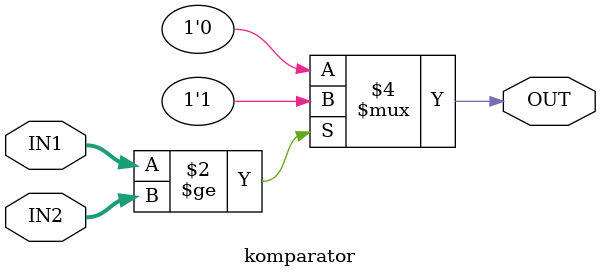
<source format=v>
module komparator(IN1, IN2, OUT);
input [1:0] IN1, IN2;
output reg OUT;

   always @(IN1 or IN2)
      if (IN1 >= IN2)  //typ komparatora
	    OUT = 1'b1;
      else
		OUT = 1'b0;

endmodule

//zadania:
//1 implementacja
//2 zrealizowac komparator z wyjsciami I1>I2, I1=I2, I1<I2
/*
        |  |        |  |
       _|  |_      _|  |_
       \    /      \    /
        \  /        \  /
     +--------------------+
     |                    |
     |                  > +------
     |                  = +------
     |                  < +------
     |                    |
     +--------------------+
*/
//3 zrealizowac komparator kaskadowy z wejsciani/wyjsciami I1>I2, I1=I2, I1<I2
/*
        |  |        |  |
       _|  |_      _|  |_
       \    /      \    /
        \  /        \  /
     +--------------------+
     |                    |
-----+ >                > +------
-----+ =                = +------
-----+ <                < +------
     |                    |
     +--------------------+
*/

</source>
